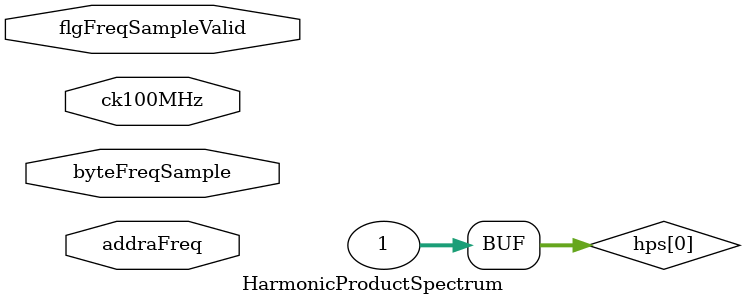
<source format=v>
`timescale 1ns / 1ps

module HarmonicProductSpectrum (
    input wire ck100MHz,
    input wire flgFreqSampleValid,
    input wire [9:0] addraFreq,
    input wire [7:0] byteFreqSample
);
    parameter N = 1024; //FFT size
    parameter HARMONICS = 4;

    // Power spectrum buffer
    reg [31:0] power_spectrum [0:N-1];
    
    // Array of addresses
    reg [9:0] addressArray [0:N-1];

    // Harmonic Product Spectrum buffer
    reg [31:0] hps [0:N/HARMONICS-1];
  
    reg [31:0] max_hps = 0;
    reg [9:0] max_frequency;

    integer i, n;
    
    initial begin
        for (i = 0; i < N/HARMONICS; i = i + 1) begin
            hps[i] = 1;
        end
        i = 0;
    end

    always @(posedge ck100MHz) begin
        if (flgFreqSampleValid) begin
            power_spectrum[i] <= byteFreqSample;
            addressArray[i] <= addraFreq;
            i = i + 1;
        end 
    end
    
    always @(posedge ck100MHz) begin
        // Compute Harmonic Product Spectrum
        for (i = 1; i < N/HARMONICS; i = i + 1) begin
            for (n = 1; n <= HARMONICS; n = n + 1) begin
                hps[i] <= hps[i] * power_spectrum[i * n];
            end 
            if (hps[i] > max_hps) begin
                max_hps <= hps[i];
                max_frequency = addressArray[i];
            end
        end    
        $display("max frequency: %0d", max_frequency);       
    end

endmodule

</source>
